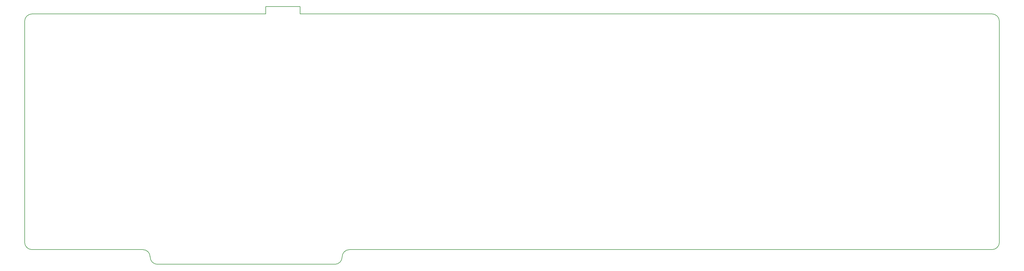
<source format=gbr>
%TF.GenerationSoftware,KiCad,Pcbnew,5.1.9-73d0e3b20d~88~ubuntu20.04.1*%
%TF.CreationDate,2021-02-12T22:07:02-08:00*%
%TF.ProjectId,SPM1800,53504d31-3830-4302-9e6b-696361645f70,rev?*%
%TF.SameCoordinates,Original*%
%TF.FileFunction,Profile,NP*%
%FSLAX46Y46*%
G04 Gerber Fmt 4.6, Leading zero omitted, Abs format (unit mm)*
G04 Created by KiCad (PCBNEW 5.1.9-73d0e3b20d~88~ubuntu20.04.1) date 2021-02-12 22:07:02*
%MOMM*%
%LPD*%
G01*
G04 APERTURE LIST*
%TA.AperFunction,Profile*%
%ADD10C,0.150000*%
%TD*%
G04 APERTURE END LIST*
D10*
X145637250Y-59213750D02*
X145637250Y-56832500D01*
X145637250Y-56832500D02*
X134524750Y-56832500D01*
X134524750Y-56832500D02*
X134524750Y-59213750D01*
X134524750Y-59213750D02*
X59182000Y-59213750D01*
X368744500Y-59213750D02*
X145637250Y-59213750D01*
X371125750Y-133032500D02*
X371125750Y-61595000D01*
X161575750Y-135413750D02*
X368744500Y-135413750D01*
X99663250Y-140176250D02*
X156813250Y-140176250D01*
X59182000Y-135413750D02*
X94900750Y-135413750D01*
X56800750Y-61595000D02*
X56800750Y-133032500D01*
X59182000Y-135413750D02*
G75*
G02*
X56800750Y-133032500I0J2381250D01*
G01*
X56800750Y-61595000D02*
G75*
G02*
X59182000Y-59213750I2381250J0D01*
G01*
X368744500Y-59213750D02*
G75*
G02*
X371125750Y-61595000I0J-2381250D01*
G01*
X371125750Y-133032500D02*
G75*
G02*
X368744500Y-135413750I-2381250J0D01*
G01*
X159194500Y-137795000D02*
G75*
G02*
X161575750Y-135413750I2381250J0D01*
G01*
X159194500Y-137795000D02*
G75*
G02*
X156813250Y-140176250I-2381250J0D01*
G01*
X94900750Y-135413750D02*
G75*
G02*
X97282000Y-137795000I0J-2381250D01*
G01*
X99663250Y-140176250D02*
G75*
G02*
X97282000Y-137795000I0J2381250D01*
G01*
M02*

</source>
